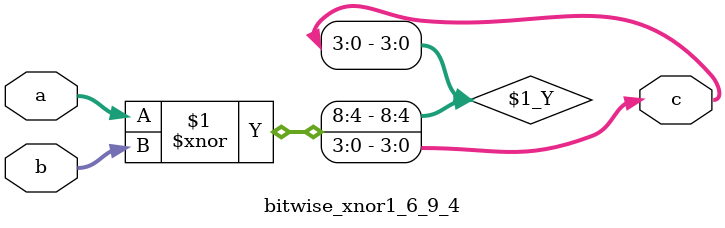
<source format=v>
module bitwise_xnor1_6_9_4(a, b, c);
  input [5:0] a;
  input [8:0] b;
  output [3:0] c;
  assign c = a ~^ b;
endmodule

</source>
